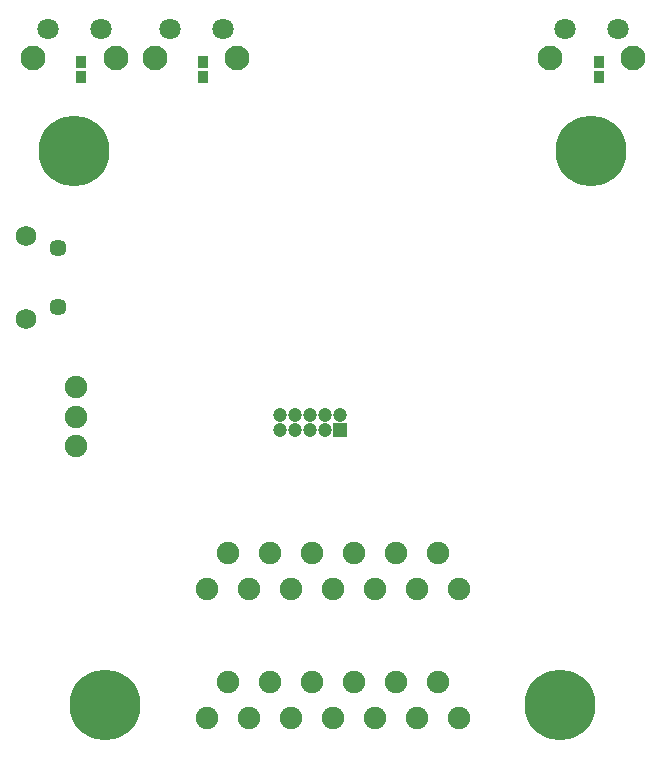
<source format=gbr>
G04 DipTrace 3.3.1.3*
G04 TopMask.gbr*
%MOMM*%
G04 #@! TF.FileFunction,Soldermask,Top*
G04 #@! TF.Part,Single*
%ADD21R,1.2X1.2*%
%ADD42C,1.9*%
%ADD60C,6.0*%
%ADD83C,2.1*%
%ADD84C,1.8*%
%ADD90C,1.75*%
%ADD92C,1.45*%
%ADD96C,1.2*%
%ADD117R,0.9X1.1*%
%FSLAX35Y35*%
G04*
G71*
G90*
G75*
G01*
G04 TopMask*
%LPD*%
D117*
X1603257Y6857880D3*
Y6987880D3*
X5984757Y6857880D3*
Y6987880D3*
X2635133Y6857883D3*
Y6987883D3*
D42*
X2662507Y1434880D3*
X2840507Y1739880D3*
X3018507Y1434880D3*
X3196507Y1739880D3*
X3374507Y1434880D3*
X3552507Y1739880D3*
X3730507Y1434880D3*
X3908507Y1739880D3*
X4086507Y1434880D3*
X4264507Y1739880D3*
X4442507Y1434880D3*
X4620507Y1739880D3*
X4798507Y1434880D3*
Y2530257D3*
X4620507Y2835257D3*
X4442507Y2530257D3*
X4264507Y2835257D3*
X4086507Y2530257D3*
X3908507Y2835257D3*
X3730507Y2530257D3*
X3552507Y2835257D3*
X3374507Y2530257D3*
X3196507Y2835257D3*
X3018507Y2530257D3*
X2840507Y2835257D3*
X2662507Y2530257D3*
D21*
X3794007Y3873357D3*
D96*
Y4000357D3*
X3667007Y3873357D3*
Y4000357D3*
X3540007Y3873357D3*
Y4000357D3*
X3413007Y3873357D3*
Y4000357D3*
X3286007Y3873357D3*
Y4000357D3*
D92*
X1404713Y4913883D3*
Y5413883D3*
D90*
X1134713Y4813883D3*
Y5513883D3*
D84*
X2349380Y7270630D3*
X2799380D3*
D83*
X2224380Y7020630D3*
X2924380D3*
D84*
X5699007Y7270657D3*
X6149007D3*
D83*
X5574007Y7020657D3*
X6274007D3*
D84*
X1317507Y7270657D3*
X1767507D3*
D83*
X1192507Y7020657D3*
X1892507D3*
D42*
X1561253Y4234213D3*
Y3984213D3*
Y3734213D3*
D60*
X5921257Y6238757D3*
X1539757D3*
X5658507Y1548757D3*
X1802507D3*
M02*

</source>
